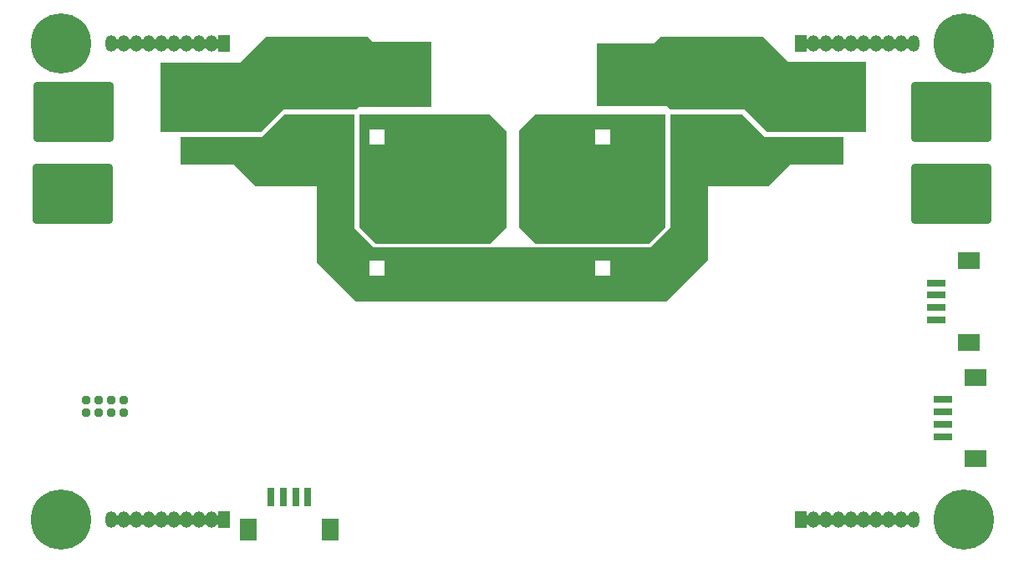
<source format=gbs>
G04*
G04 #@! TF.GenerationSoftware,Altium Limited,Altium Designer,21.0.8 (223)*
G04*
G04 Layer_Color=16711935*
%FSLAX25Y25*%
%MOIN*%
G70*
G04*
G04 #@! TF.SameCoordinates,F73AF2F2-5EA1-4A86-BE9F-7F0372A2F074*
G04*
G04*
G04 #@! TF.FilePolarity,Negative*
G04*
G01*
G75*
%ADD74C,0.03543*%
%ADD80R,0.09055X0.06693*%
%ADD81R,0.07480X0.03150*%
G04:AMPARAMS|DCode=105|XSize=318.9mil|YSize=240.16mil|CornerRadius=13.78mil|HoleSize=0mil|Usage=FLASHONLY|Rotation=0.000|XOffset=0mil|YOffset=0mil|HoleType=Round|Shape=RoundedRectangle|*
%AMROUNDEDRECTD105*
21,1,0.31890,0.21260,0,0,0.0*
21,1,0.29134,0.24016,0,0,0.0*
1,1,0.02756,0.14567,-0.10630*
1,1,0.02756,-0.14567,-0.10630*
1,1,0.02756,-0.14567,0.10630*
1,1,0.02756,0.14567,0.10630*
%
%ADD105ROUNDEDRECTD105*%
%ADD134R,0.04724X0.06693*%
%ADD135O,0.04724X0.06693*%
%ADD136C,0.03740*%
%ADD137C,0.24016*%
%ADD154R,0.03150X0.07480*%
%ADD155R,0.06693X0.09055*%
G36*
X139279Y205500D02*
X162716D01*
Y179701D01*
X133701Y179701D01*
X132500Y178500D01*
X103500Y178500D01*
X94500Y169500D01*
X54500Y169500D01*
X54500Y197299D01*
X68799Y197299D01*
X86299D01*
X96500Y207500D01*
X137279D01*
X139279Y205500D01*
D02*
G37*
G36*
X305000Y197500D02*
X336000D01*
X336000Y169500D01*
X296500Y169500D01*
X287500Y178500D01*
X258000Y178500D01*
X256598Y179902D01*
X228583Y179902D01*
Y205098D01*
X251417D01*
X253819Y207500D01*
X295000D01*
X305000Y197500D01*
D02*
G37*
G36*
X256000Y131500D02*
X249500Y125000D01*
X204000D01*
X197500Y131500D01*
Y170000D01*
X204000Y176500D01*
X256000D01*
Y131500D01*
D02*
G37*
G36*
X192500Y170000D02*
X192500Y131500D01*
X186000Y125000D01*
X140500D01*
X134000Y131500D01*
X134000Y176500D01*
X186000Y176500D01*
X192500Y170000D01*
D02*
G37*
G36*
X295500Y167500D02*
X327000D01*
Y156500D01*
X305500Y156500D01*
X297000Y148000D01*
X273000D01*
Y118500D01*
X256500Y102000D01*
X166500Y102000D01*
X132500Y102000D01*
X117000Y117500D01*
X117000Y148000D01*
X92500Y148000D01*
X84000Y156500D01*
X62500Y156500D01*
X62500Y167500D01*
X95000Y167500D01*
X104000Y176500D01*
X132000D01*
X132000Y131000D01*
X139500Y123500D01*
X250000D01*
X258000Y131500D01*
X258000Y176500D01*
X286500D01*
X295500Y167500D01*
D02*
G37*
%LPC*%
G36*
X228000Y170750D02*
X228000Y164750D01*
X234000Y164750D01*
X234000Y170750D01*
X228000Y170750D01*
D02*
G37*
G36*
X138000D02*
X138000Y164750D01*
X144000Y164750D01*
X144000Y170750D01*
X138000Y170750D01*
D02*
G37*
G36*
X228000Y118250D02*
X228000Y112250D01*
X234000Y112250D01*
X234000Y118250D01*
X228000Y118250D01*
D02*
G37*
G36*
X138000D02*
X138000Y112250D01*
X144000Y112250D01*
X144000Y118250D01*
X138000Y118250D01*
D02*
G37*
%LPD*%
D74*
X310000Y205000D02*
X355000D01*
X35000Y15000D02*
X80000D01*
X310000D02*
X355000D01*
X35000Y205000D02*
X80000D01*
D80*
X379650Y39260D02*
D03*
Y71740D02*
D03*
X376969Y118280D02*
D03*
Y85799D02*
D03*
D81*
X366657Y62882D02*
D03*
Y57961D02*
D03*
Y53039D02*
D03*
Y48118D02*
D03*
X363976Y94657D02*
D03*
Y99579D02*
D03*
Y104500D02*
D03*
Y109421D02*
D03*
D105*
X370000Y145000D02*
D03*
X19500D02*
D03*
X20000Y177500D02*
D03*
X370000D02*
D03*
D134*
X310000Y205000D02*
D03*
X80000Y15000D02*
D03*
X310000D02*
D03*
X80000Y205000D02*
D03*
D135*
X315000D02*
D03*
X320000D02*
D03*
X325000D02*
D03*
X330000D02*
D03*
X335000D02*
D03*
X340000D02*
D03*
X345000D02*
D03*
X350000D02*
D03*
X355000D02*
D03*
X35000Y15000D02*
D03*
X40000D02*
D03*
X45000D02*
D03*
X50000D02*
D03*
X55000D02*
D03*
X60000D02*
D03*
X65000D02*
D03*
X70000D02*
D03*
X75000D02*
D03*
X315000D02*
D03*
X320000D02*
D03*
X325000D02*
D03*
X330000D02*
D03*
X335000D02*
D03*
X340000D02*
D03*
X345000D02*
D03*
X350000D02*
D03*
X355000D02*
D03*
X35000Y205000D02*
D03*
X40000D02*
D03*
X45000D02*
D03*
X50000D02*
D03*
X55000D02*
D03*
X60000D02*
D03*
X65000D02*
D03*
X70000D02*
D03*
X75000D02*
D03*
D136*
X366000Y153000D02*
D03*
X374000D02*
D03*
X382000D02*
D03*
X358000D02*
D03*
Y145000D02*
D03*
X366000D02*
D03*
X374000D02*
D03*
X382000D02*
D03*
Y137000D02*
D03*
X374000D02*
D03*
X366000D02*
D03*
X358000D02*
D03*
X7500D02*
D03*
X15500D02*
D03*
X23500D02*
D03*
X31500D02*
D03*
Y145000D02*
D03*
X23500D02*
D03*
X15500D02*
D03*
X7500D02*
D03*
Y153000D02*
D03*
X31500D02*
D03*
X23500D02*
D03*
X15500D02*
D03*
X8000Y169500D02*
D03*
X16000D02*
D03*
X24000D02*
D03*
X32000D02*
D03*
Y177500D02*
D03*
X24000D02*
D03*
X16000D02*
D03*
X8000D02*
D03*
Y185500D02*
D03*
X32000D02*
D03*
X24000D02*
D03*
X16000D02*
D03*
X366000D02*
D03*
X374000D02*
D03*
X382000D02*
D03*
X358000D02*
D03*
Y177500D02*
D03*
X366000D02*
D03*
X374000D02*
D03*
X382000D02*
D03*
Y169500D02*
D03*
X374000D02*
D03*
X366000D02*
D03*
X358000D02*
D03*
X40000Y62500D02*
D03*
X35000D02*
D03*
X30000D02*
D03*
X25000D02*
D03*
Y57500D02*
D03*
X30000D02*
D03*
X35000D02*
D03*
X40000D02*
D03*
D137*
X15000Y15000D02*
D03*
X375000D02*
D03*
X15000Y205000D02*
D03*
X375000D02*
D03*
D154*
X113382Y23843D02*
D03*
X108461D02*
D03*
X103539D02*
D03*
X98618D02*
D03*
D155*
X89760Y10850D02*
D03*
X122240D02*
D03*
M02*

</source>
